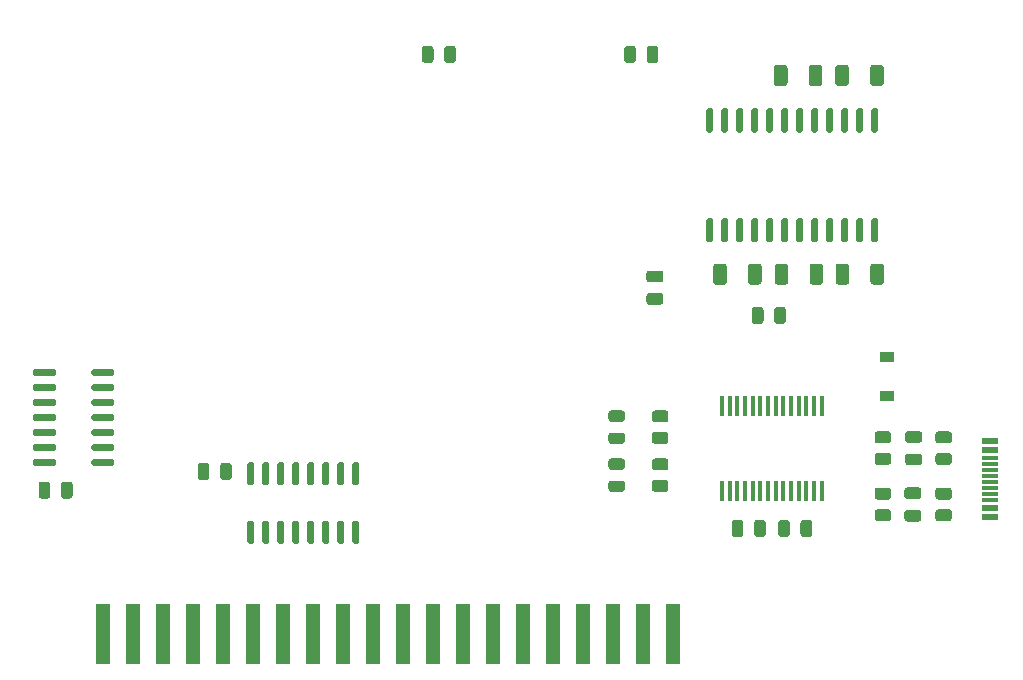
<source format=gbr>
G04 #@! TF.GenerationSoftware,KiCad,Pcbnew,(5.1.9-0-10_14)*
G04 #@! TF.CreationDate,2021-04-09T13:26:58-05:00*
G04 #@! TF.ProjectId,Serial Card,53657269-616c-4204-9361-72642e6b6963,rev?*
G04 #@! TF.SameCoordinates,Original*
G04 #@! TF.FileFunction,Paste,Top*
G04 #@! TF.FilePolarity,Positive*
%FSLAX46Y46*%
G04 Gerber Fmt 4.6, Leading zero omitted, Abs format (unit mm)*
G04 Created by KiCad (PCBNEW (5.1.9-0-10_14)) date 2021-04-09 13:26:58*
%MOMM*%
%LPD*%
G01*
G04 APERTURE LIST*
%ADD10R,1.270000X5.080000*%
%ADD11R,1.200000X0.900000*%
%ADD12R,1.450000X0.300000*%
%ADD13R,1.450000X0.600000*%
%ADD14R,0.450000X1.750000*%
G04 APERTURE END LIST*
G36*
G01*
X166774000Y-96812000D02*
X166474000Y-96812000D01*
G75*
G02*
X166324000Y-96662000I0J150000D01*
G01*
X166324000Y-94912000D01*
G75*
G02*
X166474000Y-94762000I150000J0D01*
G01*
X166774000Y-94762000D01*
G75*
G02*
X166924000Y-94912000I0J-150000D01*
G01*
X166924000Y-96662000D01*
G75*
G02*
X166774000Y-96812000I-150000J0D01*
G01*
G37*
G36*
G01*
X168044000Y-96812000D02*
X167744000Y-96812000D01*
G75*
G02*
X167594000Y-96662000I0J150000D01*
G01*
X167594000Y-94912000D01*
G75*
G02*
X167744000Y-94762000I150000J0D01*
G01*
X168044000Y-94762000D01*
G75*
G02*
X168194000Y-94912000I0J-150000D01*
G01*
X168194000Y-96662000D01*
G75*
G02*
X168044000Y-96812000I-150000J0D01*
G01*
G37*
G36*
G01*
X169314000Y-96812000D02*
X169014000Y-96812000D01*
G75*
G02*
X168864000Y-96662000I0J150000D01*
G01*
X168864000Y-94912000D01*
G75*
G02*
X169014000Y-94762000I150000J0D01*
G01*
X169314000Y-94762000D01*
G75*
G02*
X169464000Y-94912000I0J-150000D01*
G01*
X169464000Y-96662000D01*
G75*
G02*
X169314000Y-96812000I-150000J0D01*
G01*
G37*
G36*
G01*
X170584000Y-96812000D02*
X170284000Y-96812000D01*
G75*
G02*
X170134000Y-96662000I0J150000D01*
G01*
X170134000Y-94912000D01*
G75*
G02*
X170284000Y-94762000I150000J0D01*
G01*
X170584000Y-94762000D01*
G75*
G02*
X170734000Y-94912000I0J-150000D01*
G01*
X170734000Y-96662000D01*
G75*
G02*
X170584000Y-96812000I-150000J0D01*
G01*
G37*
G36*
G01*
X171854000Y-96812000D02*
X171554000Y-96812000D01*
G75*
G02*
X171404000Y-96662000I0J150000D01*
G01*
X171404000Y-94912000D01*
G75*
G02*
X171554000Y-94762000I150000J0D01*
G01*
X171854000Y-94762000D01*
G75*
G02*
X172004000Y-94912000I0J-150000D01*
G01*
X172004000Y-96662000D01*
G75*
G02*
X171854000Y-96812000I-150000J0D01*
G01*
G37*
G36*
G01*
X173124000Y-96812000D02*
X172824000Y-96812000D01*
G75*
G02*
X172674000Y-96662000I0J150000D01*
G01*
X172674000Y-94912000D01*
G75*
G02*
X172824000Y-94762000I150000J0D01*
G01*
X173124000Y-94762000D01*
G75*
G02*
X173274000Y-94912000I0J-150000D01*
G01*
X173274000Y-96662000D01*
G75*
G02*
X173124000Y-96812000I-150000J0D01*
G01*
G37*
G36*
G01*
X174394000Y-96812000D02*
X174094000Y-96812000D01*
G75*
G02*
X173944000Y-96662000I0J150000D01*
G01*
X173944000Y-94912000D01*
G75*
G02*
X174094000Y-94762000I150000J0D01*
G01*
X174394000Y-94762000D01*
G75*
G02*
X174544000Y-94912000I0J-150000D01*
G01*
X174544000Y-96662000D01*
G75*
G02*
X174394000Y-96812000I-150000J0D01*
G01*
G37*
G36*
G01*
X175664000Y-96812000D02*
X175364000Y-96812000D01*
G75*
G02*
X175214000Y-96662000I0J150000D01*
G01*
X175214000Y-94912000D01*
G75*
G02*
X175364000Y-94762000I150000J0D01*
G01*
X175664000Y-94762000D01*
G75*
G02*
X175814000Y-94912000I0J-150000D01*
G01*
X175814000Y-96662000D01*
G75*
G02*
X175664000Y-96812000I-150000J0D01*
G01*
G37*
G36*
G01*
X176934000Y-96812000D02*
X176634000Y-96812000D01*
G75*
G02*
X176484000Y-96662000I0J150000D01*
G01*
X176484000Y-94912000D01*
G75*
G02*
X176634000Y-94762000I150000J0D01*
G01*
X176934000Y-94762000D01*
G75*
G02*
X177084000Y-94912000I0J-150000D01*
G01*
X177084000Y-96662000D01*
G75*
G02*
X176934000Y-96812000I-150000J0D01*
G01*
G37*
G36*
G01*
X178204000Y-96812000D02*
X177904000Y-96812000D01*
G75*
G02*
X177754000Y-96662000I0J150000D01*
G01*
X177754000Y-94912000D01*
G75*
G02*
X177904000Y-94762000I150000J0D01*
G01*
X178204000Y-94762000D01*
G75*
G02*
X178354000Y-94912000I0J-150000D01*
G01*
X178354000Y-96662000D01*
G75*
G02*
X178204000Y-96812000I-150000J0D01*
G01*
G37*
G36*
G01*
X179474000Y-96812000D02*
X179174000Y-96812000D01*
G75*
G02*
X179024000Y-96662000I0J150000D01*
G01*
X179024000Y-94912000D01*
G75*
G02*
X179174000Y-94762000I150000J0D01*
G01*
X179474000Y-94762000D01*
G75*
G02*
X179624000Y-94912000I0J-150000D01*
G01*
X179624000Y-96662000D01*
G75*
G02*
X179474000Y-96812000I-150000J0D01*
G01*
G37*
G36*
G01*
X180744000Y-96812000D02*
X180444000Y-96812000D01*
G75*
G02*
X180294000Y-96662000I0J150000D01*
G01*
X180294000Y-94912000D01*
G75*
G02*
X180444000Y-94762000I150000J0D01*
G01*
X180744000Y-94762000D01*
G75*
G02*
X180894000Y-94912000I0J-150000D01*
G01*
X180894000Y-96662000D01*
G75*
G02*
X180744000Y-96812000I-150000J0D01*
G01*
G37*
G36*
G01*
X180744000Y-87512000D02*
X180444000Y-87512000D01*
G75*
G02*
X180294000Y-87362000I0J150000D01*
G01*
X180294000Y-85612000D01*
G75*
G02*
X180444000Y-85462000I150000J0D01*
G01*
X180744000Y-85462000D01*
G75*
G02*
X180894000Y-85612000I0J-150000D01*
G01*
X180894000Y-87362000D01*
G75*
G02*
X180744000Y-87512000I-150000J0D01*
G01*
G37*
G36*
G01*
X179474000Y-87512000D02*
X179174000Y-87512000D01*
G75*
G02*
X179024000Y-87362000I0J150000D01*
G01*
X179024000Y-85612000D01*
G75*
G02*
X179174000Y-85462000I150000J0D01*
G01*
X179474000Y-85462000D01*
G75*
G02*
X179624000Y-85612000I0J-150000D01*
G01*
X179624000Y-87362000D01*
G75*
G02*
X179474000Y-87512000I-150000J0D01*
G01*
G37*
G36*
G01*
X178204000Y-87512000D02*
X177904000Y-87512000D01*
G75*
G02*
X177754000Y-87362000I0J150000D01*
G01*
X177754000Y-85612000D01*
G75*
G02*
X177904000Y-85462000I150000J0D01*
G01*
X178204000Y-85462000D01*
G75*
G02*
X178354000Y-85612000I0J-150000D01*
G01*
X178354000Y-87362000D01*
G75*
G02*
X178204000Y-87512000I-150000J0D01*
G01*
G37*
G36*
G01*
X176934000Y-87512000D02*
X176634000Y-87512000D01*
G75*
G02*
X176484000Y-87362000I0J150000D01*
G01*
X176484000Y-85612000D01*
G75*
G02*
X176634000Y-85462000I150000J0D01*
G01*
X176934000Y-85462000D01*
G75*
G02*
X177084000Y-85612000I0J-150000D01*
G01*
X177084000Y-87362000D01*
G75*
G02*
X176934000Y-87512000I-150000J0D01*
G01*
G37*
G36*
G01*
X175664000Y-87512000D02*
X175364000Y-87512000D01*
G75*
G02*
X175214000Y-87362000I0J150000D01*
G01*
X175214000Y-85612000D01*
G75*
G02*
X175364000Y-85462000I150000J0D01*
G01*
X175664000Y-85462000D01*
G75*
G02*
X175814000Y-85612000I0J-150000D01*
G01*
X175814000Y-87362000D01*
G75*
G02*
X175664000Y-87512000I-150000J0D01*
G01*
G37*
G36*
G01*
X174394000Y-87512000D02*
X174094000Y-87512000D01*
G75*
G02*
X173944000Y-87362000I0J150000D01*
G01*
X173944000Y-85612000D01*
G75*
G02*
X174094000Y-85462000I150000J0D01*
G01*
X174394000Y-85462000D01*
G75*
G02*
X174544000Y-85612000I0J-150000D01*
G01*
X174544000Y-87362000D01*
G75*
G02*
X174394000Y-87512000I-150000J0D01*
G01*
G37*
G36*
G01*
X173124000Y-87512000D02*
X172824000Y-87512000D01*
G75*
G02*
X172674000Y-87362000I0J150000D01*
G01*
X172674000Y-85612000D01*
G75*
G02*
X172824000Y-85462000I150000J0D01*
G01*
X173124000Y-85462000D01*
G75*
G02*
X173274000Y-85612000I0J-150000D01*
G01*
X173274000Y-87362000D01*
G75*
G02*
X173124000Y-87512000I-150000J0D01*
G01*
G37*
G36*
G01*
X171854000Y-87512000D02*
X171554000Y-87512000D01*
G75*
G02*
X171404000Y-87362000I0J150000D01*
G01*
X171404000Y-85612000D01*
G75*
G02*
X171554000Y-85462000I150000J0D01*
G01*
X171854000Y-85462000D01*
G75*
G02*
X172004000Y-85612000I0J-150000D01*
G01*
X172004000Y-87362000D01*
G75*
G02*
X171854000Y-87512000I-150000J0D01*
G01*
G37*
G36*
G01*
X170584000Y-87512000D02*
X170284000Y-87512000D01*
G75*
G02*
X170134000Y-87362000I0J150000D01*
G01*
X170134000Y-85612000D01*
G75*
G02*
X170284000Y-85462000I150000J0D01*
G01*
X170584000Y-85462000D01*
G75*
G02*
X170734000Y-85612000I0J-150000D01*
G01*
X170734000Y-87362000D01*
G75*
G02*
X170584000Y-87512000I-150000J0D01*
G01*
G37*
G36*
G01*
X169314000Y-87512000D02*
X169014000Y-87512000D01*
G75*
G02*
X168864000Y-87362000I0J150000D01*
G01*
X168864000Y-85612000D01*
G75*
G02*
X169014000Y-85462000I150000J0D01*
G01*
X169314000Y-85462000D01*
G75*
G02*
X169464000Y-85612000I0J-150000D01*
G01*
X169464000Y-87362000D01*
G75*
G02*
X169314000Y-87512000I-150000J0D01*
G01*
G37*
G36*
G01*
X168044000Y-87512000D02*
X167744000Y-87512000D01*
G75*
G02*
X167594000Y-87362000I0J150000D01*
G01*
X167594000Y-85612000D01*
G75*
G02*
X167744000Y-85462000I150000J0D01*
G01*
X168044000Y-85462000D01*
G75*
G02*
X168194000Y-85612000I0J-150000D01*
G01*
X168194000Y-87362000D01*
G75*
G02*
X168044000Y-87512000I-150000J0D01*
G01*
G37*
G36*
G01*
X166774000Y-87512000D02*
X166474000Y-87512000D01*
G75*
G02*
X166324000Y-87362000I0J150000D01*
G01*
X166324000Y-85612000D01*
G75*
G02*
X166474000Y-85462000I150000J0D01*
G01*
X166774000Y-85462000D01*
G75*
G02*
X166924000Y-85612000I0J-150000D01*
G01*
X166924000Y-87362000D01*
G75*
G02*
X166774000Y-87512000I-150000J0D01*
G01*
G37*
D10*
X115290000Y-129950000D03*
X117830000Y-129950000D03*
X120370000Y-129950000D03*
X122910000Y-129950000D03*
X125450000Y-129950000D03*
X127990000Y-129950000D03*
X130530000Y-129950000D03*
X133070000Y-129950000D03*
X135610000Y-129950000D03*
X138150000Y-129950000D03*
X140690000Y-129950000D03*
X143230000Y-129950000D03*
X145770000Y-129950000D03*
X148310000Y-129950000D03*
X150850000Y-129950000D03*
X153390000Y-129950000D03*
X155930000Y-129950000D03*
X158470000Y-129950000D03*
X161010000Y-129950000D03*
X163550000Y-129950000D03*
G36*
G01*
X173280500Y-98854499D02*
X173280500Y-100154501D01*
G75*
G02*
X173030501Y-100404500I-249999J0D01*
G01*
X172380499Y-100404500D01*
G75*
G02*
X172130500Y-100154501I0J249999D01*
G01*
X172130500Y-98854499D01*
G75*
G02*
X172380499Y-98604500I249999J0D01*
G01*
X173030501Y-98604500D01*
G75*
G02*
X173280500Y-98854499I0J-249999D01*
G01*
G37*
G36*
G01*
X176230500Y-98854499D02*
X176230500Y-100154501D01*
G75*
G02*
X175980501Y-100404500I-249999J0D01*
G01*
X175330499Y-100404500D01*
G75*
G02*
X175080500Y-100154501I0J249999D01*
G01*
X175080500Y-98854499D01*
G75*
G02*
X175330499Y-98604500I249999J0D01*
G01*
X175980501Y-98604500D01*
G75*
G02*
X176230500Y-98854499I0J-249999D01*
G01*
G37*
G36*
G01*
X171023500Y-98854499D02*
X171023500Y-100154501D01*
G75*
G02*
X170773501Y-100404500I-249999J0D01*
G01*
X170123499Y-100404500D01*
G75*
G02*
X169873500Y-100154501I0J249999D01*
G01*
X169873500Y-98854499D01*
G75*
G02*
X170123499Y-98604500I249999J0D01*
G01*
X170773501Y-98604500D01*
G75*
G02*
X171023500Y-98854499I0J-249999D01*
G01*
G37*
G36*
G01*
X168073500Y-98854499D02*
X168073500Y-100154501D01*
G75*
G02*
X167823501Y-100404500I-249999J0D01*
G01*
X167173499Y-100404500D01*
G75*
G02*
X166923500Y-100154501I0J249999D01*
G01*
X166923500Y-98854499D01*
G75*
G02*
X167173499Y-98604500I249999J0D01*
G01*
X167823501Y-98604500D01*
G75*
G02*
X168073500Y-98854499I0J-249999D01*
G01*
G37*
G36*
G01*
X180238500Y-100154501D02*
X180238500Y-98854499D01*
G75*
G02*
X180488499Y-98604500I249999J0D01*
G01*
X181138501Y-98604500D01*
G75*
G02*
X181388500Y-98854499I0J-249999D01*
G01*
X181388500Y-100154501D01*
G75*
G02*
X181138501Y-100404500I-249999J0D01*
G01*
X180488499Y-100404500D01*
G75*
G02*
X180238500Y-100154501I0J249999D01*
G01*
G37*
G36*
G01*
X177288500Y-100154501D02*
X177288500Y-98854499D01*
G75*
G02*
X177538499Y-98604500I249999J0D01*
G01*
X178188501Y-98604500D01*
G75*
G02*
X178438500Y-98854499I0J-249999D01*
G01*
X178438500Y-100154501D01*
G75*
G02*
X178188501Y-100404500I-249999J0D01*
G01*
X177538499Y-100404500D01*
G75*
G02*
X177288500Y-100154501I0J249999D01*
G01*
G37*
G36*
G01*
X181359500Y-82026999D02*
X181359500Y-83327001D01*
G75*
G02*
X181109501Y-83577000I-249999J0D01*
G01*
X180459499Y-83577000D01*
G75*
G02*
X180209500Y-83327001I0J249999D01*
G01*
X180209500Y-82026999D01*
G75*
G02*
X180459499Y-81777000I249999J0D01*
G01*
X181109501Y-81777000D01*
G75*
G02*
X181359500Y-82026999I0J-249999D01*
G01*
G37*
G36*
G01*
X178409500Y-82026999D02*
X178409500Y-83327001D01*
G75*
G02*
X178159501Y-83577000I-249999J0D01*
G01*
X177509499Y-83577000D01*
G75*
G02*
X177259500Y-83327001I0J249999D01*
G01*
X177259500Y-82026999D01*
G75*
G02*
X177509499Y-81777000I249999J0D01*
G01*
X178159501Y-81777000D01*
G75*
G02*
X178409500Y-82026999I0J-249999D01*
G01*
G37*
G36*
G01*
X172067000Y-83327001D02*
X172067000Y-82026999D01*
G75*
G02*
X172316999Y-81777000I249999J0D01*
G01*
X172967001Y-81777000D01*
G75*
G02*
X173217000Y-82026999I0J-249999D01*
G01*
X173217000Y-83327001D01*
G75*
G02*
X172967001Y-83577000I-249999J0D01*
G01*
X172316999Y-83577000D01*
G75*
G02*
X172067000Y-83327001I0J249999D01*
G01*
G37*
G36*
G01*
X175017000Y-83327001D02*
X175017000Y-82026999D01*
G75*
G02*
X175266999Y-81777000I249999J0D01*
G01*
X175917001Y-81777000D01*
G75*
G02*
X176167000Y-82026999I0J-249999D01*
G01*
X176167000Y-83327001D01*
G75*
G02*
X175917001Y-83577000I-249999J0D01*
G01*
X175266999Y-83577000D01*
G75*
G02*
X175017000Y-83327001I0J249999D01*
G01*
G37*
G36*
G01*
X126164000Y-115730000D02*
X126164000Y-116680000D01*
G75*
G02*
X125914000Y-116930000I-250000J0D01*
G01*
X125414000Y-116930000D01*
G75*
G02*
X125164000Y-116680000I0J250000D01*
G01*
X125164000Y-115730000D01*
G75*
G02*
X125414000Y-115480000I250000J0D01*
G01*
X125914000Y-115480000D01*
G75*
G02*
X126164000Y-115730000I0J-250000D01*
G01*
G37*
G36*
G01*
X124264000Y-115730000D02*
X124264000Y-116680000D01*
G75*
G02*
X124014000Y-116930000I-250000J0D01*
G01*
X123514000Y-116930000D01*
G75*
G02*
X123264000Y-116680000I0J250000D01*
G01*
X123264000Y-115730000D01*
G75*
G02*
X123514000Y-115480000I250000J0D01*
G01*
X124014000Y-115480000D01*
G75*
G02*
X124264000Y-115730000I0J-250000D01*
G01*
G37*
G36*
G01*
X162293000Y-80424000D02*
X162293000Y-81374000D01*
G75*
G02*
X162043000Y-81624000I-250000J0D01*
G01*
X161543000Y-81624000D01*
G75*
G02*
X161293000Y-81374000I0J250000D01*
G01*
X161293000Y-80424000D01*
G75*
G02*
X161543000Y-80174000I250000J0D01*
G01*
X162043000Y-80174000D01*
G75*
G02*
X162293000Y-80424000I0J-250000D01*
G01*
G37*
G36*
G01*
X160393000Y-80424000D02*
X160393000Y-81374000D01*
G75*
G02*
X160143000Y-81624000I-250000J0D01*
G01*
X159643000Y-81624000D01*
G75*
G02*
X159393000Y-81374000I0J250000D01*
G01*
X159393000Y-80424000D01*
G75*
G02*
X159643000Y-80174000I250000J0D01*
G01*
X160143000Y-80174000D01*
G75*
G02*
X160393000Y-80424000I0J-250000D01*
G01*
G37*
G36*
G01*
X144153000Y-81374000D02*
X144153000Y-80424000D01*
G75*
G02*
X144403000Y-80174000I250000J0D01*
G01*
X144903000Y-80174000D01*
G75*
G02*
X145153000Y-80424000I0J-250000D01*
G01*
X145153000Y-81374000D01*
G75*
G02*
X144903000Y-81624000I-250000J0D01*
G01*
X144403000Y-81624000D01*
G75*
G02*
X144153000Y-81374000I0J250000D01*
G01*
G37*
G36*
G01*
X142253000Y-81374000D02*
X142253000Y-80424000D01*
G75*
G02*
X142503000Y-80174000I250000J0D01*
G01*
X143003000Y-80174000D01*
G75*
G02*
X143253000Y-80424000I0J-250000D01*
G01*
X143253000Y-81374000D01*
G75*
G02*
X143003000Y-81624000I-250000J0D01*
G01*
X142503000Y-81624000D01*
G75*
G02*
X142253000Y-81374000I0J250000D01*
G01*
G37*
G36*
G01*
X183421000Y-114686500D02*
X184371000Y-114686500D01*
G75*
G02*
X184621000Y-114936500I0J-250000D01*
G01*
X184621000Y-115436500D01*
G75*
G02*
X184371000Y-115686500I-250000J0D01*
G01*
X183421000Y-115686500D01*
G75*
G02*
X183171000Y-115436500I0J250000D01*
G01*
X183171000Y-114936500D01*
G75*
G02*
X183421000Y-114686500I250000J0D01*
G01*
G37*
G36*
G01*
X183421000Y-112786500D02*
X184371000Y-112786500D01*
G75*
G02*
X184621000Y-113036500I0J-250000D01*
G01*
X184621000Y-113536500D01*
G75*
G02*
X184371000Y-113786500I-250000J0D01*
G01*
X183421000Y-113786500D01*
G75*
G02*
X183171000Y-113536500I0J250000D01*
G01*
X183171000Y-113036500D01*
G75*
G02*
X183421000Y-112786500I250000J0D01*
G01*
G37*
G36*
G01*
X184307500Y-120449000D02*
X183357500Y-120449000D01*
G75*
G02*
X183107500Y-120199000I0J250000D01*
G01*
X183107500Y-119699000D01*
G75*
G02*
X183357500Y-119449000I250000J0D01*
G01*
X184307500Y-119449000D01*
G75*
G02*
X184557500Y-119699000I0J-250000D01*
G01*
X184557500Y-120199000D01*
G75*
G02*
X184307500Y-120449000I-250000J0D01*
G01*
G37*
G36*
G01*
X184307500Y-118549000D02*
X183357500Y-118549000D01*
G75*
G02*
X183107500Y-118299000I0J250000D01*
G01*
X183107500Y-117799000D01*
G75*
G02*
X183357500Y-117549000I250000J0D01*
G01*
X184307500Y-117549000D01*
G75*
G02*
X184557500Y-117799000I0J-250000D01*
G01*
X184557500Y-118299000D01*
G75*
G02*
X184307500Y-118549000I-250000J0D01*
G01*
G37*
G36*
G01*
X171376000Y-120556000D02*
X171376000Y-121506000D01*
G75*
G02*
X171126000Y-121756000I-250000J0D01*
G01*
X170626000Y-121756000D01*
G75*
G02*
X170376000Y-121506000I0J250000D01*
G01*
X170376000Y-120556000D01*
G75*
G02*
X170626000Y-120306000I250000J0D01*
G01*
X171126000Y-120306000D01*
G75*
G02*
X171376000Y-120556000I0J-250000D01*
G01*
G37*
G36*
G01*
X169476000Y-120556000D02*
X169476000Y-121506000D01*
G75*
G02*
X169226000Y-121756000I-250000J0D01*
G01*
X168726000Y-121756000D01*
G75*
G02*
X168476000Y-121506000I0J250000D01*
G01*
X168476000Y-120556000D01*
G75*
G02*
X168726000Y-120306000I250000J0D01*
G01*
X169226000Y-120306000D01*
G75*
G02*
X169476000Y-120556000I0J-250000D01*
G01*
G37*
G36*
G01*
X173090500Y-102522000D02*
X173090500Y-103472000D01*
G75*
G02*
X172840500Y-103722000I-250000J0D01*
G01*
X172340500Y-103722000D01*
G75*
G02*
X172090500Y-103472000I0J250000D01*
G01*
X172090500Y-102522000D01*
G75*
G02*
X172340500Y-102272000I250000J0D01*
G01*
X172840500Y-102272000D01*
G75*
G02*
X173090500Y-102522000I0J-250000D01*
G01*
G37*
G36*
G01*
X171190500Y-102522000D02*
X171190500Y-103472000D01*
G75*
G02*
X170940500Y-103722000I-250000J0D01*
G01*
X170440500Y-103722000D01*
G75*
G02*
X170190500Y-103472000I0J250000D01*
G01*
X170190500Y-102522000D01*
G75*
G02*
X170440500Y-102272000I250000J0D01*
G01*
X170940500Y-102272000D01*
G75*
G02*
X171190500Y-102522000I0J-250000D01*
G01*
G37*
G36*
G01*
X162463500Y-102097500D02*
X161513500Y-102097500D01*
G75*
G02*
X161263500Y-101847500I0J250000D01*
G01*
X161263500Y-101347500D01*
G75*
G02*
X161513500Y-101097500I250000J0D01*
G01*
X162463500Y-101097500D01*
G75*
G02*
X162713500Y-101347500I0J-250000D01*
G01*
X162713500Y-101847500D01*
G75*
G02*
X162463500Y-102097500I-250000J0D01*
G01*
G37*
G36*
G01*
X162463500Y-100197500D02*
X161513500Y-100197500D01*
G75*
G02*
X161263500Y-99947500I0J250000D01*
G01*
X161263500Y-99447500D01*
G75*
G02*
X161513500Y-99197500I250000J0D01*
G01*
X162463500Y-99197500D01*
G75*
G02*
X162713500Y-99447500I0J-250000D01*
G01*
X162713500Y-99947500D01*
G75*
G02*
X162463500Y-100197500I-250000J0D01*
G01*
G37*
G36*
G01*
X174313000Y-121506000D02*
X174313000Y-120556000D01*
G75*
G02*
X174563000Y-120306000I250000J0D01*
G01*
X175063000Y-120306000D01*
G75*
G02*
X175313000Y-120556000I0J-250000D01*
G01*
X175313000Y-121506000D01*
G75*
G02*
X175063000Y-121756000I-250000J0D01*
G01*
X174563000Y-121756000D01*
G75*
G02*
X174313000Y-121506000I0J250000D01*
G01*
G37*
G36*
G01*
X172413000Y-121506000D02*
X172413000Y-120556000D01*
G75*
G02*
X172663000Y-120306000I250000J0D01*
G01*
X173163000Y-120306000D01*
G75*
G02*
X173413000Y-120556000I0J-250000D01*
G01*
X173413000Y-121506000D01*
G75*
G02*
X173163000Y-121756000I-250000J0D01*
G01*
X172663000Y-121756000D01*
G75*
G02*
X172413000Y-121506000I0J250000D01*
G01*
G37*
G36*
G01*
X111702000Y-118267500D02*
X111702000Y-117317500D01*
G75*
G02*
X111952000Y-117067500I250000J0D01*
G01*
X112452000Y-117067500D01*
G75*
G02*
X112702000Y-117317500I0J-250000D01*
G01*
X112702000Y-118267500D01*
G75*
G02*
X112452000Y-118517500I-250000J0D01*
G01*
X111952000Y-118517500D01*
G75*
G02*
X111702000Y-118267500I0J250000D01*
G01*
G37*
G36*
G01*
X109802000Y-118267500D02*
X109802000Y-117317500D01*
G75*
G02*
X110052000Y-117067500I250000J0D01*
G01*
X110552000Y-117067500D01*
G75*
G02*
X110802000Y-117317500I0J-250000D01*
G01*
X110802000Y-118267500D01*
G75*
G02*
X110552000Y-118517500I-250000J0D01*
G01*
X110052000Y-118517500D01*
G75*
G02*
X109802000Y-118267500I0J250000D01*
G01*
G37*
D11*
X181610000Y-106554000D03*
X181610000Y-109854000D03*
G36*
G01*
X159206250Y-112008500D02*
X158293750Y-112008500D01*
G75*
G02*
X158050000Y-111764750I0J243750D01*
G01*
X158050000Y-111277250D01*
G75*
G02*
X158293750Y-111033500I243750J0D01*
G01*
X159206250Y-111033500D01*
G75*
G02*
X159450000Y-111277250I0J-243750D01*
G01*
X159450000Y-111764750D01*
G75*
G02*
X159206250Y-112008500I-243750J0D01*
G01*
G37*
G36*
G01*
X159206250Y-113883500D02*
X158293750Y-113883500D01*
G75*
G02*
X158050000Y-113639750I0J243750D01*
G01*
X158050000Y-113152250D01*
G75*
G02*
X158293750Y-112908500I243750J0D01*
G01*
X159206250Y-112908500D01*
G75*
G02*
X159450000Y-113152250I0J-243750D01*
G01*
X159450000Y-113639750D01*
G75*
G02*
X159206250Y-113883500I-243750J0D01*
G01*
G37*
G36*
G01*
X159206250Y-117947500D02*
X158293750Y-117947500D01*
G75*
G02*
X158050000Y-117703750I0J243750D01*
G01*
X158050000Y-117216250D01*
G75*
G02*
X158293750Y-116972500I243750J0D01*
G01*
X159206250Y-116972500D01*
G75*
G02*
X159450000Y-117216250I0J-243750D01*
G01*
X159450000Y-117703750D01*
G75*
G02*
X159206250Y-117947500I-243750J0D01*
G01*
G37*
G36*
G01*
X159206250Y-116072500D02*
X158293750Y-116072500D01*
G75*
G02*
X158050000Y-115828750I0J243750D01*
G01*
X158050000Y-115341250D01*
G75*
G02*
X158293750Y-115097500I243750J0D01*
G01*
X159206250Y-115097500D01*
G75*
G02*
X159450000Y-115341250I0J-243750D01*
G01*
X159450000Y-115828750D01*
G75*
G02*
X159206250Y-116072500I-243750J0D01*
G01*
G37*
D12*
X190347000Y-117092000D03*
X190347000Y-115092000D03*
X190347000Y-115592000D03*
X190347000Y-116092000D03*
X190347000Y-116592000D03*
X190347000Y-117592000D03*
X190347000Y-118092000D03*
X190347000Y-118592000D03*
D13*
X190347000Y-113592000D03*
X190347000Y-114392000D03*
X190347000Y-119292000D03*
X190347000Y-120092000D03*
X190347000Y-120092000D03*
X190347000Y-119292000D03*
X190347000Y-114392000D03*
X190347000Y-113592000D03*
G36*
G01*
X180842499Y-114636500D02*
X181742501Y-114636500D01*
G75*
G02*
X181992500Y-114886499I0J-249999D01*
G01*
X181992500Y-115411501D01*
G75*
G02*
X181742501Y-115661500I-249999J0D01*
G01*
X180842499Y-115661500D01*
G75*
G02*
X180592500Y-115411501I0J249999D01*
G01*
X180592500Y-114886499D01*
G75*
G02*
X180842499Y-114636500I249999J0D01*
G01*
G37*
G36*
G01*
X180842499Y-112811500D02*
X181742501Y-112811500D01*
G75*
G02*
X181992500Y-113061499I0J-249999D01*
G01*
X181992500Y-113586501D01*
G75*
G02*
X181742501Y-113836500I-249999J0D01*
G01*
X180842499Y-113836500D01*
G75*
G02*
X180592500Y-113586501I0J249999D01*
G01*
X180592500Y-113061499D01*
G75*
G02*
X180842499Y-112811500I249999J0D01*
G01*
G37*
G36*
G01*
X181742501Y-120424000D02*
X180842499Y-120424000D01*
G75*
G02*
X180592500Y-120174001I0J249999D01*
G01*
X180592500Y-119648999D01*
G75*
G02*
X180842499Y-119399000I249999J0D01*
G01*
X181742501Y-119399000D01*
G75*
G02*
X181992500Y-119648999I0J-249999D01*
G01*
X181992500Y-120174001D01*
G75*
G02*
X181742501Y-120424000I-249999J0D01*
G01*
G37*
G36*
G01*
X181742501Y-118599000D02*
X180842499Y-118599000D01*
G75*
G02*
X180592500Y-118349001I0J249999D01*
G01*
X180592500Y-117823999D01*
G75*
G02*
X180842499Y-117574000I249999J0D01*
G01*
X181742501Y-117574000D01*
G75*
G02*
X181992500Y-117823999I0J-249999D01*
G01*
X181992500Y-118349001D01*
G75*
G02*
X181742501Y-118599000I-249999J0D01*
G01*
G37*
G36*
G01*
X161982999Y-112858500D02*
X162883001Y-112858500D01*
G75*
G02*
X163133000Y-113108499I0J-249999D01*
G01*
X163133000Y-113633501D01*
G75*
G02*
X162883001Y-113883500I-249999J0D01*
G01*
X161982999Y-113883500D01*
G75*
G02*
X161733000Y-113633501I0J249999D01*
G01*
X161733000Y-113108499D01*
G75*
G02*
X161982999Y-112858500I249999J0D01*
G01*
G37*
G36*
G01*
X161982999Y-111033500D02*
X162883001Y-111033500D01*
G75*
G02*
X163133000Y-111283499I0J-249999D01*
G01*
X163133000Y-111808501D01*
G75*
G02*
X162883001Y-112058500I-249999J0D01*
G01*
X161982999Y-112058500D01*
G75*
G02*
X161733000Y-111808501I0J249999D01*
G01*
X161733000Y-111283499D01*
G75*
G02*
X161982999Y-111033500I249999J0D01*
G01*
G37*
G36*
G01*
X161982999Y-115097500D02*
X162883001Y-115097500D01*
G75*
G02*
X163133000Y-115347499I0J-249999D01*
G01*
X163133000Y-115872501D01*
G75*
G02*
X162883001Y-116122500I-249999J0D01*
G01*
X161982999Y-116122500D01*
G75*
G02*
X161733000Y-115872501I0J249999D01*
G01*
X161733000Y-115347499D01*
G75*
G02*
X161982999Y-115097500I249999J0D01*
G01*
G37*
G36*
G01*
X161982999Y-116922500D02*
X162883001Y-116922500D01*
G75*
G02*
X163133000Y-117172499I0J-249999D01*
G01*
X163133000Y-117697501D01*
G75*
G02*
X162883001Y-117947500I-249999J0D01*
G01*
X161982999Y-117947500D01*
G75*
G02*
X161733000Y-117697501I0J249999D01*
G01*
X161733000Y-117172499D01*
G75*
G02*
X161982999Y-116922500I249999J0D01*
G01*
G37*
G36*
G01*
X186886001Y-115661500D02*
X185985999Y-115661500D01*
G75*
G02*
X185736000Y-115411501I0J249999D01*
G01*
X185736000Y-114886499D01*
G75*
G02*
X185985999Y-114636500I249999J0D01*
G01*
X186886001Y-114636500D01*
G75*
G02*
X187136000Y-114886499I0J-249999D01*
G01*
X187136000Y-115411501D01*
G75*
G02*
X186886001Y-115661500I-249999J0D01*
G01*
G37*
G36*
G01*
X186886001Y-113836500D02*
X185985999Y-113836500D01*
G75*
G02*
X185736000Y-113586501I0J249999D01*
G01*
X185736000Y-113061499D01*
G75*
G02*
X185985999Y-112811500I249999J0D01*
G01*
X186886001Y-112811500D01*
G75*
G02*
X187136000Y-113061499I0J-249999D01*
G01*
X187136000Y-113586501D01*
G75*
G02*
X186886001Y-113836500I-249999J0D01*
G01*
G37*
G36*
G01*
X185985999Y-119399000D02*
X186886001Y-119399000D01*
G75*
G02*
X187136000Y-119648999I0J-249999D01*
G01*
X187136000Y-120174001D01*
G75*
G02*
X186886001Y-120424000I-249999J0D01*
G01*
X185985999Y-120424000D01*
G75*
G02*
X185736000Y-120174001I0J249999D01*
G01*
X185736000Y-119648999D01*
G75*
G02*
X185985999Y-119399000I249999J0D01*
G01*
G37*
G36*
G01*
X185985999Y-117574000D02*
X186886001Y-117574000D01*
G75*
G02*
X187136000Y-117823999I0J-249999D01*
G01*
X187136000Y-118349001D01*
G75*
G02*
X186886001Y-118599000I-249999J0D01*
G01*
X185985999Y-118599000D01*
G75*
G02*
X185736000Y-118349001I0J249999D01*
G01*
X185736000Y-117823999D01*
G75*
G02*
X185985999Y-117574000I249999J0D01*
G01*
G37*
G36*
G01*
X127912000Y-122322000D02*
X127612000Y-122322000D01*
G75*
G02*
X127462000Y-122172000I0J150000D01*
G01*
X127462000Y-120522000D01*
G75*
G02*
X127612000Y-120372000I150000J0D01*
G01*
X127912000Y-120372000D01*
G75*
G02*
X128062000Y-120522000I0J-150000D01*
G01*
X128062000Y-122172000D01*
G75*
G02*
X127912000Y-122322000I-150000J0D01*
G01*
G37*
G36*
G01*
X129182000Y-122322000D02*
X128882000Y-122322000D01*
G75*
G02*
X128732000Y-122172000I0J150000D01*
G01*
X128732000Y-120522000D01*
G75*
G02*
X128882000Y-120372000I150000J0D01*
G01*
X129182000Y-120372000D01*
G75*
G02*
X129332000Y-120522000I0J-150000D01*
G01*
X129332000Y-122172000D01*
G75*
G02*
X129182000Y-122322000I-150000J0D01*
G01*
G37*
G36*
G01*
X130452000Y-122322000D02*
X130152000Y-122322000D01*
G75*
G02*
X130002000Y-122172000I0J150000D01*
G01*
X130002000Y-120522000D01*
G75*
G02*
X130152000Y-120372000I150000J0D01*
G01*
X130452000Y-120372000D01*
G75*
G02*
X130602000Y-120522000I0J-150000D01*
G01*
X130602000Y-122172000D01*
G75*
G02*
X130452000Y-122322000I-150000J0D01*
G01*
G37*
G36*
G01*
X131722000Y-122322000D02*
X131422000Y-122322000D01*
G75*
G02*
X131272000Y-122172000I0J150000D01*
G01*
X131272000Y-120522000D01*
G75*
G02*
X131422000Y-120372000I150000J0D01*
G01*
X131722000Y-120372000D01*
G75*
G02*
X131872000Y-120522000I0J-150000D01*
G01*
X131872000Y-122172000D01*
G75*
G02*
X131722000Y-122322000I-150000J0D01*
G01*
G37*
G36*
G01*
X132992000Y-122322000D02*
X132692000Y-122322000D01*
G75*
G02*
X132542000Y-122172000I0J150000D01*
G01*
X132542000Y-120522000D01*
G75*
G02*
X132692000Y-120372000I150000J0D01*
G01*
X132992000Y-120372000D01*
G75*
G02*
X133142000Y-120522000I0J-150000D01*
G01*
X133142000Y-122172000D01*
G75*
G02*
X132992000Y-122322000I-150000J0D01*
G01*
G37*
G36*
G01*
X134262000Y-122322000D02*
X133962000Y-122322000D01*
G75*
G02*
X133812000Y-122172000I0J150000D01*
G01*
X133812000Y-120522000D01*
G75*
G02*
X133962000Y-120372000I150000J0D01*
G01*
X134262000Y-120372000D01*
G75*
G02*
X134412000Y-120522000I0J-150000D01*
G01*
X134412000Y-122172000D01*
G75*
G02*
X134262000Y-122322000I-150000J0D01*
G01*
G37*
G36*
G01*
X135532000Y-122322000D02*
X135232000Y-122322000D01*
G75*
G02*
X135082000Y-122172000I0J150000D01*
G01*
X135082000Y-120522000D01*
G75*
G02*
X135232000Y-120372000I150000J0D01*
G01*
X135532000Y-120372000D01*
G75*
G02*
X135682000Y-120522000I0J-150000D01*
G01*
X135682000Y-122172000D01*
G75*
G02*
X135532000Y-122322000I-150000J0D01*
G01*
G37*
G36*
G01*
X136802000Y-122322000D02*
X136502000Y-122322000D01*
G75*
G02*
X136352000Y-122172000I0J150000D01*
G01*
X136352000Y-120522000D01*
G75*
G02*
X136502000Y-120372000I150000J0D01*
G01*
X136802000Y-120372000D01*
G75*
G02*
X136952000Y-120522000I0J-150000D01*
G01*
X136952000Y-122172000D01*
G75*
G02*
X136802000Y-122322000I-150000J0D01*
G01*
G37*
G36*
G01*
X136802000Y-117372000D02*
X136502000Y-117372000D01*
G75*
G02*
X136352000Y-117222000I0J150000D01*
G01*
X136352000Y-115572000D01*
G75*
G02*
X136502000Y-115422000I150000J0D01*
G01*
X136802000Y-115422000D01*
G75*
G02*
X136952000Y-115572000I0J-150000D01*
G01*
X136952000Y-117222000D01*
G75*
G02*
X136802000Y-117372000I-150000J0D01*
G01*
G37*
G36*
G01*
X135532000Y-117372000D02*
X135232000Y-117372000D01*
G75*
G02*
X135082000Y-117222000I0J150000D01*
G01*
X135082000Y-115572000D01*
G75*
G02*
X135232000Y-115422000I150000J0D01*
G01*
X135532000Y-115422000D01*
G75*
G02*
X135682000Y-115572000I0J-150000D01*
G01*
X135682000Y-117222000D01*
G75*
G02*
X135532000Y-117372000I-150000J0D01*
G01*
G37*
G36*
G01*
X134262000Y-117372000D02*
X133962000Y-117372000D01*
G75*
G02*
X133812000Y-117222000I0J150000D01*
G01*
X133812000Y-115572000D01*
G75*
G02*
X133962000Y-115422000I150000J0D01*
G01*
X134262000Y-115422000D01*
G75*
G02*
X134412000Y-115572000I0J-150000D01*
G01*
X134412000Y-117222000D01*
G75*
G02*
X134262000Y-117372000I-150000J0D01*
G01*
G37*
G36*
G01*
X132992000Y-117372000D02*
X132692000Y-117372000D01*
G75*
G02*
X132542000Y-117222000I0J150000D01*
G01*
X132542000Y-115572000D01*
G75*
G02*
X132692000Y-115422000I150000J0D01*
G01*
X132992000Y-115422000D01*
G75*
G02*
X133142000Y-115572000I0J-150000D01*
G01*
X133142000Y-117222000D01*
G75*
G02*
X132992000Y-117372000I-150000J0D01*
G01*
G37*
G36*
G01*
X131722000Y-117372000D02*
X131422000Y-117372000D01*
G75*
G02*
X131272000Y-117222000I0J150000D01*
G01*
X131272000Y-115572000D01*
G75*
G02*
X131422000Y-115422000I150000J0D01*
G01*
X131722000Y-115422000D01*
G75*
G02*
X131872000Y-115572000I0J-150000D01*
G01*
X131872000Y-117222000D01*
G75*
G02*
X131722000Y-117372000I-150000J0D01*
G01*
G37*
G36*
G01*
X130452000Y-117372000D02*
X130152000Y-117372000D01*
G75*
G02*
X130002000Y-117222000I0J150000D01*
G01*
X130002000Y-115572000D01*
G75*
G02*
X130152000Y-115422000I150000J0D01*
G01*
X130452000Y-115422000D01*
G75*
G02*
X130602000Y-115572000I0J-150000D01*
G01*
X130602000Y-117222000D01*
G75*
G02*
X130452000Y-117372000I-150000J0D01*
G01*
G37*
G36*
G01*
X129182000Y-117372000D02*
X128882000Y-117372000D01*
G75*
G02*
X128732000Y-117222000I0J150000D01*
G01*
X128732000Y-115572000D01*
G75*
G02*
X128882000Y-115422000I150000J0D01*
G01*
X129182000Y-115422000D01*
G75*
G02*
X129332000Y-115572000I0J-150000D01*
G01*
X129332000Y-117222000D01*
G75*
G02*
X129182000Y-117372000I-150000J0D01*
G01*
G37*
G36*
G01*
X127912000Y-117372000D02*
X127612000Y-117372000D01*
G75*
G02*
X127462000Y-117222000I0J150000D01*
G01*
X127462000Y-115572000D01*
G75*
G02*
X127612000Y-115422000I150000J0D01*
G01*
X127912000Y-115422000D01*
G75*
G02*
X128062000Y-115572000I0J-150000D01*
G01*
X128062000Y-117222000D01*
G75*
G02*
X127912000Y-117372000I-150000J0D01*
G01*
G37*
G36*
G01*
X116227500Y-115293000D02*
X116227500Y-115593000D01*
G75*
G02*
X116077500Y-115743000I-150000J0D01*
G01*
X114427500Y-115743000D01*
G75*
G02*
X114277500Y-115593000I0J150000D01*
G01*
X114277500Y-115293000D01*
G75*
G02*
X114427500Y-115143000I150000J0D01*
G01*
X116077500Y-115143000D01*
G75*
G02*
X116227500Y-115293000I0J-150000D01*
G01*
G37*
G36*
G01*
X116227500Y-114023000D02*
X116227500Y-114323000D01*
G75*
G02*
X116077500Y-114473000I-150000J0D01*
G01*
X114427500Y-114473000D01*
G75*
G02*
X114277500Y-114323000I0J150000D01*
G01*
X114277500Y-114023000D01*
G75*
G02*
X114427500Y-113873000I150000J0D01*
G01*
X116077500Y-113873000D01*
G75*
G02*
X116227500Y-114023000I0J-150000D01*
G01*
G37*
G36*
G01*
X116227500Y-112753000D02*
X116227500Y-113053000D01*
G75*
G02*
X116077500Y-113203000I-150000J0D01*
G01*
X114427500Y-113203000D01*
G75*
G02*
X114277500Y-113053000I0J150000D01*
G01*
X114277500Y-112753000D01*
G75*
G02*
X114427500Y-112603000I150000J0D01*
G01*
X116077500Y-112603000D01*
G75*
G02*
X116227500Y-112753000I0J-150000D01*
G01*
G37*
G36*
G01*
X116227500Y-111483000D02*
X116227500Y-111783000D01*
G75*
G02*
X116077500Y-111933000I-150000J0D01*
G01*
X114427500Y-111933000D01*
G75*
G02*
X114277500Y-111783000I0J150000D01*
G01*
X114277500Y-111483000D01*
G75*
G02*
X114427500Y-111333000I150000J0D01*
G01*
X116077500Y-111333000D01*
G75*
G02*
X116227500Y-111483000I0J-150000D01*
G01*
G37*
G36*
G01*
X116227500Y-110213000D02*
X116227500Y-110513000D01*
G75*
G02*
X116077500Y-110663000I-150000J0D01*
G01*
X114427500Y-110663000D01*
G75*
G02*
X114277500Y-110513000I0J150000D01*
G01*
X114277500Y-110213000D01*
G75*
G02*
X114427500Y-110063000I150000J0D01*
G01*
X116077500Y-110063000D01*
G75*
G02*
X116227500Y-110213000I0J-150000D01*
G01*
G37*
G36*
G01*
X116227500Y-108943000D02*
X116227500Y-109243000D01*
G75*
G02*
X116077500Y-109393000I-150000J0D01*
G01*
X114427500Y-109393000D01*
G75*
G02*
X114277500Y-109243000I0J150000D01*
G01*
X114277500Y-108943000D01*
G75*
G02*
X114427500Y-108793000I150000J0D01*
G01*
X116077500Y-108793000D01*
G75*
G02*
X116227500Y-108943000I0J-150000D01*
G01*
G37*
G36*
G01*
X116227500Y-107673000D02*
X116227500Y-107973000D01*
G75*
G02*
X116077500Y-108123000I-150000J0D01*
G01*
X114427500Y-108123000D01*
G75*
G02*
X114277500Y-107973000I0J150000D01*
G01*
X114277500Y-107673000D01*
G75*
G02*
X114427500Y-107523000I150000J0D01*
G01*
X116077500Y-107523000D01*
G75*
G02*
X116227500Y-107673000I0J-150000D01*
G01*
G37*
G36*
G01*
X111277500Y-107673000D02*
X111277500Y-107973000D01*
G75*
G02*
X111127500Y-108123000I-150000J0D01*
G01*
X109477500Y-108123000D01*
G75*
G02*
X109327500Y-107973000I0J150000D01*
G01*
X109327500Y-107673000D01*
G75*
G02*
X109477500Y-107523000I150000J0D01*
G01*
X111127500Y-107523000D01*
G75*
G02*
X111277500Y-107673000I0J-150000D01*
G01*
G37*
G36*
G01*
X111277500Y-108943000D02*
X111277500Y-109243000D01*
G75*
G02*
X111127500Y-109393000I-150000J0D01*
G01*
X109477500Y-109393000D01*
G75*
G02*
X109327500Y-109243000I0J150000D01*
G01*
X109327500Y-108943000D01*
G75*
G02*
X109477500Y-108793000I150000J0D01*
G01*
X111127500Y-108793000D01*
G75*
G02*
X111277500Y-108943000I0J-150000D01*
G01*
G37*
G36*
G01*
X111277500Y-110213000D02*
X111277500Y-110513000D01*
G75*
G02*
X111127500Y-110663000I-150000J0D01*
G01*
X109477500Y-110663000D01*
G75*
G02*
X109327500Y-110513000I0J150000D01*
G01*
X109327500Y-110213000D01*
G75*
G02*
X109477500Y-110063000I150000J0D01*
G01*
X111127500Y-110063000D01*
G75*
G02*
X111277500Y-110213000I0J-150000D01*
G01*
G37*
G36*
G01*
X111277500Y-111483000D02*
X111277500Y-111783000D01*
G75*
G02*
X111127500Y-111933000I-150000J0D01*
G01*
X109477500Y-111933000D01*
G75*
G02*
X109327500Y-111783000I0J150000D01*
G01*
X109327500Y-111483000D01*
G75*
G02*
X109477500Y-111333000I150000J0D01*
G01*
X111127500Y-111333000D01*
G75*
G02*
X111277500Y-111483000I0J-150000D01*
G01*
G37*
G36*
G01*
X111277500Y-112753000D02*
X111277500Y-113053000D01*
G75*
G02*
X111127500Y-113203000I-150000J0D01*
G01*
X109477500Y-113203000D01*
G75*
G02*
X109327500Y-113053000I0J150000D01*
G01*
X109327500Y-112753000D01*
G75*
G02*
X109477500Y-112603000I150000J0D01*
G01*
X111127500Y-112603000D01*
G75*
G02*
X111277500Y-112753000I0J-150000D01*
G01*
G37*
G36*
G01*
X111277500Y-114023000D02*
X111277500Y-114323000D01*
G75*
G02*
X111127500Y-114473000I-150000J0D01*
G01*
X109477500Y-114473000D01*
G75*
G02*
X109327500Y-114323000I0J150000D01*
G01*
X109327500Y-114023000D01*
G75*
G02*
X109477500Y-113873000I150000J0D01*
G01*
X111127500Y-113873000D01*
G75*
G02*
X111277500Y-114023000I0J-150000D01*
G01*
G37*
G36*
G01*
X111277500Y-115293000D02*
X111277500Y-115593000D01*
G75*
G02*
X111127500Y-115743000I-150000J0D01*
G01*
X109477500Y-115743000D01*
G75*
G02*
X109327500Y-115593000I0J150000D01*
G01*
X109327500Y-115293000D01*
G75*
G02*
X109477500Y-115143000I150000J0D01*
G01*
X111127500Y-115143000D01*
G75*
G02*
X111277500Y-115293000I0J-150000D01*
G01*
G37*
D14*
X176119500Y-110636500D03*
X175469500Y-110636500D03*
X174819500Y-110636500D03*
X174169500Y-110636500D03*
X173519500Y-110636500D03*
X172869500Y-110636500D03*
X172219500Y-110636500D03*
X171569500Y-110636500D03*
X170919500Y-110636500D03*
X170269500Y-110636500D03*
X169619500Y-110636500D03*
X168969500Y-110636500D03*
X168319500Y-110636500D03*
X167669500Y-110636500D03*
X167669500Y-117836500D03*
X168319500Y-117836500D03*
X168969500Y-117836500D03*
X169619500Y-117836500D03*
X170269500Y-117836500D03*
X170919500Y-117836500D03*
X171569500Y-117836500D03*
X172219500Y-117836500D03*
X172869500Y-117836500D03*
X173519500Y-117836500D03*
X174169500Y-117836500D03*
X174819500Y-117836500D03*
X175469500Y-117836500D03*
X176119500Y-117836500D03*
M02*

</source>
